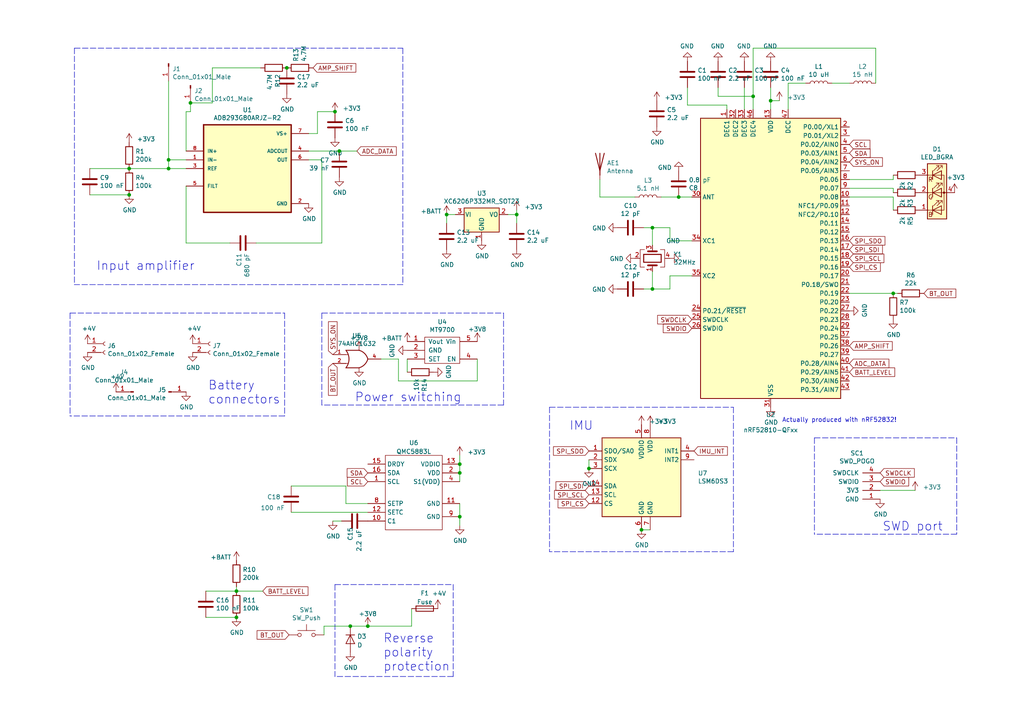
<source format=kicad_sch>
(kicad_sch (version 20211123) (generator eeschema)
  (paper "A4")
  (title_block (title "uMyo") (rev "v2") (company "Ultimate Robotics"))
  (lib_symbols
    (symbol "74xGxx:74AHC1G32" (pin_names (offset 1.016))
      (property "Reference" "U" (at -2.54 3.81 0))
      (property "Value" "74AHC1G32" (at 0 -3.81 0))
      (symbol "74AHC1G32_1_1"
        (pin input line (at -7.62 1.27 0) (length 3.81) (name "~") (number "1"))
        (pin input line (at -7.62 -1.27 0) (length 3.81) (name "~") (number "2"))
        (pin power_in line (at 0 -2.54 270) (length 0) hide (name "GND") (number "3"))
        (pin output line (at 6.35 0 180) (length 3.81) (name "~") (number "4"))
        (pin power_in line (at 0 2.54 90) (length 0) hide (name "VCC") (number "5"))
      )
    )
    (symbol "Connector:Conn_01x01_Male" (pin_names (offset 1.016) hide)
      (property "Reference" "J" (at 0 2.54 0))
      (property "Value" "Conn_01x01_Male" (at 0 -2.54 0))
      (symbol "Conn_01x01_Male_1_1"
        (pin passive line (at 5.08 0 180) (length 3.81) (name "Pin_1") (number "1"))
      )
    )
    (symbol "Connector:Conn_01x02_Female" (pin_names (offset 1.016) hide)
      (property "Reference" "J" (at 0 2.54 0))
      (property "Value" "Conn_01x02_Female" (at 0 -5.08 0))
      (symbol "Conn_01x02_Female_1_1"
        (pin passive line (at -5.08 0 0) (length 3.81) (name "Pin_1") (number "1"))
        (pin passive line (at -5.08 -2.54 0) (length 3.81) (name "Pin_2") (number "2"))
      )
    )
    (symbol "Device:Antenna" (pin_numbers hide) (pin_names (offset 1.016) hide)
      (property "Reference" "AE" (at -1.905 1.905 0))
      (property "Value" "Antenna" (at -1.905 0 0))
      (symbol "Antenna_1_1"
        (pin input line (at 0 -5.08 90) (length 2.54) (name "A") (number "1"))
      )
    )
    (symbol "Device:C" (pin_numbers hide) (pin_names (offset 0.254))
      (property "Reference" "C" (at 0.635 2.54 0))
      (property "Value" "C" (at 0.635 -2.54 0))
      (symbol "C_1_1"
        (pin passive line (at 0 3.81 270) (length 2.794) (name "~") (number "1"))
        (pin passive line (at 0 -3.81 90) (length 2.794) (name "~") (number "2"))
      )
    )
    (symbol "Device:Crystal_GND24" (pin_names (offset 1.016) hide)
      (property "Reference" "Y" (at 3.175 5.08 0))
      (property "Value" "Crystal_GND24" (at 3.175 3.175 0))
      (symbol "Crystal_GND24_1_1"
        (pin passive line (at -3.81 0 0) (length 1.27) (name "1") (number "1"))
        (pin passive line (at 0 5.08 270) (length 1.27) (name "2") (number "2"))
        (pin passive line (at 3.81 0 180) (length 1.27) (name "3") (number "3"))
        (pin passive line (at 0 -5.08 90) (length 1.27) (name "4") (number "4"))
      )
    )
    (symbol "Device:D" (pin_numbers hide) (pin_names (offset 1.016) hide)
      (property "Reference" "D" (at 0 2.54 0))
      (property "Value" "D" (at 0 -2.54 0))
      (symbol "D_1_1"
        (pin passive line (at -3.81 0 0) (length 2.54) (name "K") (number "1"))
        (pin passive line (at 3.81 0 180) (length 2.54) (name "A") (number "2"))
      )
    )
    (symbol "Device:Fuse" (pin_numbers hide) (pin_names (offset 0))
      (property "Reference" "F" (at 2.032 0 90))
      (property "Value" "Fuse" (at -1.905 0 90))
      (symbol "Fuse_1_1"
        (pin passive line (at 0 3.81 270) (length 1.27) (name "~") (number "1"))
        (pin passive line (at 0 -3.81 90) (length 1.27) (name "~") (number "2"))
      )
    )
    (symbol "Device:L" (pin_numbers hide) (pin_names (offset 1.016) hide)
      (property "Reference" "L" (at -1.27 0 90))
      (property "Value" "L" (at 1.905 0 90))
      (symbol "L_1_1"
        (pin passive line (at 0 3.81 270) (length 1.27) (name "1") (number "1"))
        (pin passive line (at 0 -3.81 90) (length 1.27) (name "2") (number "2"))
      )
    )
    (symbol "Device:LED_BGRA" (pin_names (offset 0) hide)
      (property "Reference" "D" (at 0 9.398 0))
      (property "Value" "LED_BGRA" (at 0 -8.89 0))
      (symbol "LED_BGRA_0_0"
        (text "B" (at -1.905 -6.35 0) (effects (font (size 1.27 1.27))))
        (text "G" (at -1.905 -1.27 0) (effects (font (size 1.27 1.27))))
        (text "R" (at -1.905 3.81 0) (effects (font (size 1.27 1.27))))
      )
      (symbol "LED_BGRA_1_1"
        (pin passive line (at -5.08 -5.08 0) (length 2.54) (name "BK") (number "1"))
        (pin passive line (at -5.08 0 0) (length 2.54) (name "GK") (number "2"))
        (pin passive line (at -5.08 5.08 0) (length 2.54) (name "RK") (number "3"))
        (pin passive line (at 5.08 0 180) (length 2.54) (name "A") (number "4"))
      )
    )
    (symbol "Device:R" (pin_numbers hide) (pin_names (offset 0))
      (property "Reference" "R" (at 2.032 0 90))
      (property "Value" "R" (at 0 0 90))
      (symbol "R_1_1"
        (pin passive line (at 0 3.81 270) (length 1.27) (name "~") (number "1"))
        (pin passive line (at 0 -3.81 90) (length 1.27) (name "~") (number "2"))
      )
    )
    (symbol "Sensor_Motion:LSM6DS3"
      (property "Reference" "U" (at -11.43 15.24 0))
      (property "Value" "LSM6DS3" (at -11.43 12.7 0))
      (symbol "LSM6DS3_1_1"
        (pin bidirectional line (at -15.24 7.62 0) (length 3.81) (name "SDO/SA0") (number "1"))
        (pin no_connect line (at 10.16 -5.08 180) (length 3.81) hide (name "NC") (number "10"))
        (pin no_connect line (at 10.16 -2.54 180) (length 3.81) hide (name "NC") (number "11"))
        (pin input line (at -15.24 -7.62 0) (length 3.81) (name "CS") (number "12"))
        (pin input line (at -15.24 -5.08 0) (length 3.81) (name "SCL") (number "13"))
        (pin bidirectional line (at -15.24 -2.54 0) (length 3.81) (name "SDA") (number "14"))
        (pin bidirectional line (at -15.24 5.08 0) (length 3.81) (name "SDX") (number "2"))
        (pin input line (at -15.24 2.54 0) (length 3.81) (name "SCX") (number "3"))
        (pin output line (at 15.24 7.62 180) (length 3.81) (name "INT1") (number "4"))
        (pin power_in line (at 0 15.24 270) (length 3.81) (name "VDDIO") (number "5"))
        (pin power_in line (at 0 -15.24 90) (length 3.81) (name "GND") (number "6"))
        (pin power_in line (at 2.54 -15.24 90) (length 3.81) (name "GND") (number "7"))
        (pin power_in line (at 2.54 15.24 270) (length 3.81) (name "VDD") (number "8"))
        (pin output line (at 15.24 5.08 180) (length 3.81) (name "INT2") (number "9"))
      )
    )
    (symbol "Switch:SW_Push" (pin_numbers hide) (pin_names (offset 1.016) hide)
      (property "Reference" "SW" (at 1.27 2.54 0))
      (property "Value" "SW_Push" (at 0 -1.524 0))
      (symbol "SW_Push_0_1"
        (pin passive line (at -5.08 0 0) (length 2.54) (name "1") (number "1"))
        (pin passive line (at 5.08 0 180) (length 2.54) (name "2") (number "2"))
      )
    )
    (symbol "power:+3.3V" (power) (pin_names (offset 0))
      (property "Value" "+3.3V" (at 0 3.556 0))
      (symbol "+3.3V_1_1"
        (pin power_in line (at 0 0 90) (length 0) hide (name "+3V3") (number "1"))
      )
    )
    (symbol "power:+3V8" (power) (pin_names (offset 0))
      (property "Value" "+3V8" (at 0 3.556 0))
      (symbol "+3V8_1_1"
        (pin power_in line (at 0 0 90) (length 0) hide (name "+3V8") (number "1"))
      )
    )
    (symbol "power:+4V" (power) (pin_names (offset 0))
      (property "Value" "+4V" (at 0 3.556 0))
      (symbol "+4V_1_1"
        (pin power_in line (at 0 0 90) (length 0) hide (name "+4V") (number "1"))
      )
    )
    (symbol "power:+BATT" (power) (pin_names (offset 0))
      (property "Value" "+BATT" (at 0 3.556 0))
      (symbol "+BATT_1_1"
        (pin power_in line (at 0 0 90) (length 0) hide (name "+BATT") (number "1"))
      )
    )
    (symbol "power:GND" (power) (pin_names (offset 0))
      (property "Value" "GND" (at 0 -3.81 0))
      (symbol "GND_1_1"
        (pin power_in line (at 0 0 270) (length 0) hide (name "GND") (number "1"))
      )
    )
    (symbol "ultimate_library:AD8293G80ARJZ-R2" (pin_names (offset 1.016))
      (property "Reference" "U" (at -12.7 13.6906 0))
      (property "Value" "AD8293G80ARJZ-R2" (at -12.7 -16.6878 0))
      (symbol "AD8293G80ARJZ-R2_0_0"
        (pin input line (at -17.78 2.54 0) (length 5.08) (name "IN-") (number "1"))
        (pin power_in line (at 17.78 -10.16 180) (length 5.08) (name "GND") (number "2"))
        (pin input line (at -17.78 0 0) (length 5.08) (name "REF") (number "3"))
        (pin output line (at 17.78 5.08 180) (length 5.08) (name "ADCOUT") (number "4"))
        (pin bidirectional line (at -17.78 -5.08 0) (length 5.08) (name "FILT") (number "5"))
        (pin output line (at 17.78 2.54 180) (length 5.08) (name "OUT") (number "6"))
        (pin power_in line (at 17.78 10.16 180) (length 5.08) (name "VS+") (number "7"))
        (pin input line (at -17.78 5.08 0) (length 5.08) (name "IN+") (number "8"))
      )
    )
    (symbol "ultimate_library:MCP1703A-3302_SOT23-Regulator_Linear" (pin_names (offset 0.254))
      (property "Reference" "U" (at -3.81 3.175 0))
      (property "Value" "MCP1703A-3302_SOT23-Regulator_Linear" (at 0 3.175 0))
      (symbol "MCP1703A-3302_SOT23-Regulator_Linear_1_1"
        (pin power_in line (at 0 -7.62 90) (length 2.54) (name "GND") (number "1"))
        (pin power_out line (at 7.62 0 180) (length 2.54) (name "VO") (number "2"))
        (pin power_in line (at -7.62 0 0) (length 2.54) (name "VI") (number "3"))
      )
    )
    (symbol "ultimate_library:MT9700" (pin_names (offset 1.016))
      (property "Reference" "U" (at 0 5.08 0))
      (property "Value" "MT9700" (at 0 -5.08 0))
      (symbol "MT9700_1_1"
        (pin input line (at -10.16 2.54 0) (length 5.08) (name "Vout") (number "1"))
        (pin input line (at -10.16 0 0) (length 5.08) (name "GND") (number "2"))
        (pin input line (at -10.16 -2.54 0) (length 5.08) (name "SET") (number "3"))
        (pin input line (at 10.16 -2.54 180) (length 5.08) (name "EN") (number "4"))
        (pin input line (at 10.16 2.54 180) (length 5.08) (name "Vin") (number "5"))
      )
    )
    (symbol "ultimate_library:QMC5883L"
      (property "Reference" "U" (at 0 12.7 0))
      (property "Value" "QMC5883L" (at 0 -11.43 0))
      (symbol "QMC5883L_1_1"
        (pin input line (at -12.7 3.81 0) (length 5.08) (name "SCL") (number "1"))
        (pin input line (at -12.7 -7.62 0) (length 5.08) (name "C1") (number "10"))
        (pin input line (at 13.97 -2.54 180) (length 5.08) (name "GND") (number "11"))
        (pin input line (at -12.7 -5.08 0) (length 5.08) (name "SETC") (number "12"))
        (pin input line (at 13.97 8.89 180) (length 5.08) (name "VDDIO") (number "13"))
        (pin input line (at -12.7 8.89 0) (length 5.08) (name "DRDY") (number "15"))
        (pin input line (at -12.7 6.35 0) (length 5.08) (name "SDA") (number "16"))
        (pin input line (at 13.97 6.35 180) (length 5.08) (name "VDD") (number "2"))
        (pin input line (at 13.97 3.81 180) (length 5.08) (name "S1(VDD)") (number "4"))
        (pin input line (at -12.7 -2.54 0) (length 5.08) (name "SETP") (number "8"))
        (pin input line (at 13.97 -6.35 180) (length 5.08) (name "GND") (number "9"))
      )
    )
    (symbol "ultimate_library:SWD_POGO" (pin_names (offset 1.016))
      (property "Reference" "SC" (at 0 -5.08 0))
      (property "Value" "SWD_POGO" (at 0 6.35 0))
      (symbol "SWD_POGO_1_1"
        (pin input line (at 5.08 -3.81 180) (length 5.08) (name "GND") (number "1"))
        (pin input line (at 5.08 -1.27 180) (length 5.08) (name "3V3") (number "2"))
        (pin input line (at 5.08 1.27 180) (length 5.08) (name "SWDIO") (number "3"))
        (pin input line (at 5.08 3.81 180) (length 5.08) (name "SWDCLK") (number "4"))
      )
    )
    (symbol "ultimate_library:nRF52832-QFxx"
      (property "Reference" "U" (at 0 1.27 0))
      (property "Value" "nRF52832-QFxx" (at 0 -1.27 0))
      (symbol "nRF52832-QFxx_1_1"
        (pin passive line (at -12.7 43.18 270) (length 2.54) (name "DEC1") (number "1"))
        (pin bidirectional line (at 22.86 17.78 180) (length 2.54) (name "P0.08") (number "10"))
        (pin bidirectional line (at 22.86 15.24 180) (length 2.54) (name "NFC1/P0.09") (number "11"))
        (pin bidirectional line (at 22.86 12.7 180) (length 2.54) (name "NFC2/P0.10") (number "12"))
        (pin power_in line (at 0 43.18 270) (length 2.54) (name "VDD") (number "13"))
        (pin bidirectional line (at 22.86 10.16 180) (length 2.54) (name "P0.11") (number "14"))
        (pin bidirectional line (at 22.86 7.62 180) (length 2.54) (name "P0.12") (number "15"))
        (pin bidirectional line (at 22.86 5.08 180) (length 2.54) (name "P0.13") (number "16"))
        (pin bidirectional line (at 22.86 2.54 180) (length 2.54) (name "P0.14") (number "17"))
        (pin bidirectional line (at 22.86 0 180) (length 2.54) (name "P0.15") (number "18"))
        (pin bidirectional line (at 22.86 -2.54 180) (length 2.54) (name "P0.16") (number "19"))
        (pin bidirectional line (at 22.86 38.1 180) (length 2.54) (name "P0.00/XL1") (number "2"))
        (pin bidirectional line (at 22.86 -5.08 180) (length 2.54) (name "P0.17") (number "20"))
        (pin bidirectional line (at 22.86 -7.62 180) (length 2.54) (name "P0.18/SWO") (number "21"))
        (pin bidirectional line (at 22.86 -10.16 180) (length 2.54) (name "P0.19") (number "22"))
        (pin bidirectional line (at 22.86 -12.7 180) (length 2.54) (name "P0.20") (number "23"))
        (pin bidirectional line (at -22.86 -15.24 0) (length 2.54) (name "P0.21/~{RESET}") (number "24"))
        (pin input line (at -22.86 -17.78 0) (length 2.54) (name "SWDCLK") (number "25"))
        (pin bidirectional line (at -22.86 -20.32 0) (length 2.54) (name "SWDIO") (number "26"))
        (pin bidirectional line (at 22.86 -15.24 180) (length 2.54) (name "P0.22") (number "27"))
        (pin bidirectional line (at 22.86 -17.78 180) (length 2.54) (name "P0.23") (number "28"))
        (pin bidirectional line (at 22.86 -20.32 180) (length 2.54) (name "P0.24") (number "29"))
        (pin bidirectional line (at 22.86 35.56 180) (length 2.54) (name "P0.01/XL2") (number "3"))
        (pin passive line (at -22.86 17.78 0) (length 2.54) (name "ANT") (number "30"))
        (pin power_in line (at 0 -43.18 90) (length 2.54) (name "VSS") (number "31"))
        (pin passive line (at -10.16 43.18 270) (length 2.54) (name "DEC2") (number "32"))
        (pin passive line (at -7.62 43.18 270) (length 2.54) (name "DEC3") (number "33"))
        (pin input line (at -22.86 5.08 0) (length 2.54) (name "XC1") (number "34"))
        (pin input line (at -22.86 -5.08 0) (length 2.54) (name "XC2") (number "35"))
        (pin passive line (at 0 43.18 270) (length 2.54) hide (name "VDD") (number "36"))
        (pin bidirectional line (at 22.86 -22.86 180) (length 2.54) (name "P0.25") (number "37"))
        (pin bidirectional line (at 22.86 -25.4 180) (length 2.54) (name "P0.26") (number "38"))
        (pin bidirectional line (at 22.86 -27.94 180) (length 2.54) (name "P0.27") (number "39"))
        (pin bidirectional line (at 22.86 33.02 180) (length 2.54) (name "P0.02/AIN0") (number "4"))
        (pin bidirectional line (at 22.86 -30.48 180) (length 2.54) (name "P0.28/AIN4") (number "40"))
        (pin bidirectional line (at 22.86 -33.02 180) (length 2.54) (name "P0.29/AIN5") (number "41"))
        (pin bidirectional line (at 22.86 -35.56 180) (length 2.54) (name "P0.30/AIN6") (number "42"))
        (pin bidirectional line (at 22.86 -38.1 180) (length 2.54) (name "P0.31/AIN7") (number "43"))
        (pin no_connect line (at -20.32 -30.48 0) (length 2.54) hide (name "NC") (number "44"))
        (pin passive line (at 0 -43.18 90) (length 2.54) hide (name "VSS") (number "45"))
        (pin passive line (at -5.08 43.18 270) (length 2.54) (name "DEC4") (number "46"))
        (pin power_out line (at 5.08 43.18 270) (length 2.54) (name "DCC") (number "47"))
        (pin passive line (at 0 43.18 270) (length 2.54) hide (name "VDD") (number "48"))
        (pin passive line (at 0 -43.18 90) (length 2.54) hide (name "VSS") (number "49"))
        (pin bidirectional line (at 22.86 30.48 180) (length 2.54) (name "P0.03/AIN1") (number "5"))
        (pin bidirectional line (at 22.86 27.94 180) (length 2.54) (name "P0.04/AIN2") (number "6"))
        (pin bidirectional line (at 22.86 25.4 180) (length 2.54) (name "P0.05/AIN3") (number "7"))
        (pin bidirectional line (at 22.86 22.86 180) (length 2.54) (name "P0.06") (number "8"))
        (pin bidirectional line (at 22.86 20.32 180) (length 2.54) (name "P0.07") (number "9"))
      )
    )
  )
  (junction (at 101.6 181.61))
  (junction (at 48.895 46.355))
  (junction (at 55.245 29.845))
  (junction (at 259.08 85.09))
  (junction (at 189.23 66.04))
  (junction (at 98.425 43.815))
  (junction (at 68.58 179.07))
  (junction (at 68.58 171.45))
  (junction (at 133.35 134.62))
  (junction (at 170.815 135.89))
  (junction (at 149.86 62.23))
  (junction (at 129.54 62.23))
  (junction (at 189.23 83.82))
  (junction (at 106.68 181.61))
  (junction (at 133.35 137.16))
  (junction (at 97.155 32.385))
  (junction (at 223.52 29.21))
  (junction (at 133.35 149.86))
  (junction (at 196.85 57.15))
  (junction (at 48.895 48.895))
  (junction (at 186.055 153.67))
  (junction (at 83.185 19.685))
  (junction (at 218.44 27.94))
  (junction (at 37.465 48.895))
  (junction (at 37.465 56.515))
  (wire (pts (xy 189.23 66.04) (xy 189.23 71.12)))
  (polyline (pts (xy 82.55 90.805) (xy 82.55 120.65)))
  (polyline (pts (xy 97.155 169.545) (xy 97.155 196.215)))
  (wire (pts (xy 194.31 80.01) (xy 194.31 83.82)))
  (wire (pts (xy 115.57 110.49) (xy 138.43 110.49)))
  (wire (pts (xy 89.535 38.735) (xy 92.075 38.735)))
  (wire (pts (xy 259.08 52.07) (xy 259.08 50.8)))
  (wire (pts (xy 119.38 176.53) (xy 119.38 181.61)))
  (wire (pts (xy 147.32 62.23) (xy 149.86 62.23)))
  (wire (pts (xy 92.075 32.385) (xy 97.155 32.385)))
  (wire (pts (xy 189.23 78.74) (xy 189.23 83.82)))
  (wire (pts (xy 133.35 137.16) (xy 133.35 139.7)))
  (wire (pts (xy 132.08 62.23) (xy 129.54 62.23)))
  (wire (pts (xy 48.895 46.355) (xy 53.975 46.355)))
  (wire (pts (xy 194.31 66.04) (xy 194.31 69.85)))
  (wire (pts (xy 118.11 104.14) (xy 118.11 107.95)))
  (polyline (pts (xy 131.445 169.545) (xy 131.445 196.215)))
  (wire (pts (xy 100.33 146.05) (xy 106.68 146.05)))
  (wire (pts (xy 200.66 80.01) (xy 194.31 80.01)))
  (wire (pts (xy 194.31 69.85) (xy 200.66 69.85)))
  (wire (pts (xy 199.39 25.4) (xy 199.39 30.48)))
  (wire (pts (xy 133.35 132.08) (xy 133.35 134.62)))
  (wire (pts (xy 241.3 24.13) (xy 246.38 24.13)))
  (wire (pts (xy 265.43 142.24) (xy 255.27 142.24)))
  (polyline (pts (xy 159.385 118.11) (xy 159.385 160.02)))
  (wire (pts (xy 53.975 53.975) (xy 53.975 70.485)))
  (wire (pts (xy 106.68 181.61) (xy 119.38 181.61)))
  (polyline (pts (xy 236.22 127) (xy 277.495 127)))
  (wire (pts (xy 68.58 171.45) (xy 76.2 171.45)))
  (wire (pts (xy 215.9 25.4) (xy 215.9 31.75)))
  (wire (pts (xy 138.43 110.49) (xy 138.43 104.14)))
  (wire (pts (xy 93.345 70.485) (xy 74.295 70.485)))
  (wire (pts (xy 101.6 181.61) (xy 106.68 181.61)))
  (polyline (pts (xy 146.05 90.805) (xy 146.05 117.475)))
  (wire (pts (xy 48.895 46.355) (xy 48.895 48.895)))
  (wire (pts (xy 48.895 48.895) (xy 53.975 48.895)))
  (wire (pts (xy 223.52 29.21) (xy 223.52 31.75)))
  (wire (pts (xy 226.06 29.21) (xy 223.52 29.21)))
  (wire (pts (xy 210.82 30.48) (xy 210.82 31.75)))
  (wire (pts (xy 84.455 148.59) (xy 106.68 148.59)))
  (wire (pts (xy 55.245 32.385) (xy 53.975 32.385)))
  (wire (pts (xy 186.69 66.04) (xy 189.23 66.04)))
  (wire (pts (xy 246.38 57.15) (xy 259.08 57.15)))
  (polyline (pts (xy 116.84 82.55) (xy 21.59 82.55)))
  (polyline (pts (xy 21.59 13.97) (xy 116.84 13.97)))
  (wire (pts (xy 55.245 29.845) (xy 55.245 32.385)))
  (wire (pts (xy 259.08 85.09) (xy 260.35 85.09)))
  (wire (pts (xy 259.08 57.15) (xy 259.08 60.96)))
  (wire (pts (xy 259.08 54.61) (xy 259.08 55.88)))
  (wire (pts (xy 110.49 104.14) (xy 115.57 104.14)))
  (wire (pts (xy 59.69 179.07) (xy 68.58 179.07)))
  (wire (pts (xy 149.86 62.23) (xy 149.86 64.77)))
  (polyline (pts (xy 82.55 120.65) (xy 20.32 120.65)))
  (wire (pts (xy 246.38 54.61) (xy 259.08 54.61)))
  (wire (pts (xy 191.77 57.15) (xy 196.85 57.15)))
  (wire (pts (xy 89.535 43.815) (xy 98.425 43.815)))
  (wire (pts (xy 188.595 153.67) (xy 186.055 153.67)))
  (wire (pts (xy 186.69 83.82) (xy 189.23 83.82)))
  (wire (pts (xy 93.98 181.61) (xy 93.98 184.15)))
  (wire (pts (xy 26.035 48.895) (xy 37.465 48.895)))
  (wire (pts (xy 92.075 38.735) (xy 92.075 32.385)))
  (polyline (pts (xy 97.155 169.545) (xy 131.445 169.545)))
  (wire (pts (xy 100.33 140.97) (xy 100.33 146.05)))
  (wire (pts (xy 196.85 57.15) (xy 200.66 57.15)))
  (polyline (pts (xy 277.495 127) (xy 277.495 154.94)))
  (wire (pts (xy 246.38 85.09) (xy 259.08 85.09)))
  (wire (pts (xy 59.69 171.45) (xy 68.58 171.45)))
  (polyline (pts (xy 236.22 127) (xy 236.22 154.94)))
  (wire (pts (xy 68.58 170.18) (xy 68.58 171.45)))
  (wire (pts (xy 115.57 104.14) (xy 115.57 110.49)))
  (wire (pts (xy 133.35 149.86) (xy 133.35 152.4)))
  (wire (pts (xy 61.595 19.685) (xy 61.595 29.845)))
  (wire (pts (xy 228.6 24.13) (xy 233.68 24.13)))
  (polyline (pts (xy 93.345 90.805) (xy 146.05 90.805)))
  (wire (pts (xy 26.035 56.515) (xy 37.465 56.515)))
  (polyline (pts (xy 277.495 154.94) (xy 236.22 154.94)))
  (wire (pts (xy 75.565 19.685) (xy 61.595 19.685)))
  (wire (pts (xy 133.35 146.05) (xy 133.35 149.86)))
  (wire (pts (xy 98.425 43.815) (xy 103.505 43.815)))
  (wire (pts (xy 89.535 46.355) (xy 93.345 46.355)))
  (polyline (pts (xy 21.59 13.97) (xy 21.59 82.55)))
  (wire (pts (xy 254 13.97) (xy 254 24.13)))
  (polyline (pts (xy 20.32 90.805) (xy 82.55 90.805)))
  (wire (pts (xy 53.975 70.485) (xy 66.675 70.485)))
  (polyline (pts (xy 212.725 118.11) (xy 212.725 160.02)))
  (wire (pts (xy 189.23 66.04) (xy 194.31 66.04)))
  (wire (pts (xy 218.44 27.94) (xy 218.44 13.97)))
  (wire (pts (xy 218.44 13.97) (xy 254 13.97)))
  (wire (pts (xy 218.44 31.75) (xy 218.44 27.94)))
  (wire (pts (xy 61.595 29.845) (xy 55.245 29.845)))
  (wire (pts (xy 208.28 27.94) (xy 208.28 25.4)))
  (polyline (pts (xy 131.445 196.215) (xy 97.155 196.215)))
  (polyline (pts (xy 146.05 117.475) (xy 93.345 117.475)))
  (wire (pts (xy 173.99 57.15) (xy 173.99 52.07)))
  (wire (pts (xy 53.975 32.385) (xy 53.975 43.815)))
  (wire (pts (xy 93.98 181.61) (xy 101.6 181.61)))
  (wire (pts (xy 199.39 30.48) (xy 210.82 30.48)))
  (wire (pts (xy 129.54 62.23) (xy 129.54 64.77)))
  (polyline (pts (xy 20.32 90.805) (xy 20.32 120.65)))
  (wire (pts (xy 246.38 52.07) (xy 259.08 52.07)))
  (wire (pts (xy 189.23 83.82) (xy 194.31 83.82)))
  (wire (pts (xy 84.455 140.97) (xy 100.33 140.97)))
  (wire (pts (xy 93.345 46.355) (xy 93.345 70.485)))
  (wire (pts (xy 223.52 25.4) (xy 223.52 29.21)))
  (wire (pts (xy 37.465 48.895) (xy 48.895 48.895)))
  (wire (pts (xy 228.6 31.75) (xy 228.6 24.13)))
  (wire (pts (xy 208.28 27.94) (xy 218.44 27.94)))
  (polyline (pts (xy 159.385 118.11) (xy 212.725 118.11)))
  (polyline (pts (xy 116.84 13.97) (xy 116.84 82.55)))
  (wire (pts (xy 133.35 134.62) (xy 133.35 137.16)))
  (wire (pts (xy 96.52 151.13) (xy 99.06 151.13)))
  (wire (pts (xy 173.99 57.15) (xy 184.15 57.15)))
  (polyline (pts (xy 212.725 160.02) (xy 159.385 160.02)))
  (wire (pts (xy 149.86 62.23) (xy 149.86 60.96)))
  (wire (pts (xy 170.815 133.35) (xy 170.815 135.89)))
  (polyline (pts (xy 93.345 90.805) (xy 93.345 117.475)))
  (wire (pts (xy 48.895 23.495) (xy 48.895 46.355)))
  (text "SWD port" (at 255.905 154.305 0) (effects (font (size 2.54 2.54)) (justify left bottom)))
  (text "Power switching" (at 102.87 116.84 0) (effects (font (size 2.54 2.54)) (justify left bottom)))
  (text "Battery\nconnectors" (at 60.325 117.475 0) (effects (font (size 2.54 2.54)) (justify left bottom)))
  (text "IMU" (at 165.1 125.095 0) (effects (font (size 2.54 2.54)) (justify left bottom)))
  (text "Reverse\npolarity\nprotection" (at 111.125 194.945 0) (effects (font (size 2.54 2.54)) (justify left bottom)))
  (text "Actually produced with nRF52832!" (at 226.822 122.682 0) (effects (font (size 1.27 1.27)) (justify left bottom)))
  (text "Input amplifier" (at 27.94 78.74 0) (effects (font (size 2.54 2.54)) (justify left bottom)))
  (global_label "SCL" (shape input) (at 106.68 139.7 180) (property "Intersheet References" "${INTERSHEET_REFS}" (effects hide)))
  (global_label "SPI_CS" (shape input) (at 246.38 77.47 0) (property "Intersheet References" "${INTERSHEET_REFS}" (effects hide)))
  (global_label "SPI_SCL" (shape input) (at 246.38 74.93 0) (property "Intersheet References" "${INTERSHEET_REFS}" (effects hide)))
  (global_label "BATT_LEVEL" (shape input) (at 246.38 107.95 0) (property "Intersheet References" "${INTERSHEET_REFS}" (effects hide)))
  (global_label "SWDCLK" (shape input) (at 200.66 92.71 180) (property "Intersheet References" "${INTERSHEET_REFS}" (effects hide)))
  (global_label "BT_OUT" (shape input) (at 96.52 105.41 270) (property "Intersheet References" "${INTERSHEET_REFS}" (effects hide)))
  (global_label "ADC_DATA" (shape input) (at 246.38 105.41 0) (property "Intersheet References" "${INTERSHEET_REFS}" (effects hide)))
  (global_label "SWDCLK" (shape input) (at 255.27 137.16 0) (property "Intersheet References" "${INTERSHEET_REFS}" (effects hide)))
  (global_label "SYS_ON" (shape input) (at 246.38 46.99 0) (property "Intersheet References" "${INTERSHEET_REFS}" (effects hide)))
  (global_label "BT_OUT" (shape input) (at 267.97 85.09 0) (property "Intersheet References" "${INTERSHEET_REFS}" (effects hide)))
  (global_label "SPI_CS" (shape input) (at 170.815 146.05 180) (property "Intersheet References" "${INTERSHEET_REFS}" (effects hide)))
  (global_label "BT_OUT" (shape input) (at 83.82 184.15 180) (property "Intersheet References" "${INTERSHEET_REFS}" (effects hide)))
  (global_label "SPI_SDI" (shape input) (at 170.815 140.97 180) (property "Intersheet References" "${INTERSHEET_REFS}" (effects hide)))
  (global_label "SPI_SDO" (shape input) (at 170.815 130.81 180) (property "Intersheet References" "${INTERSHEET_REFS}" (effects hide)))
  (global_label "SDA" (shape input) (at 106.68 137.16 180) (property "Intersheet References" "${INTERSHEET_REFS}" (effects hide)))
  (global_label "SYS_ON" (shape input) (at 96.52 102.87 90) (property "Intersheet References" "${INTERSHEET_REFS}" (effects hide)))
  (global_label "IMU_INT" (shape input) (at 201.295 130.81 0) (property "Intersheet References" "${INTERSHEET_REFS}" (effects hide)))
  (global_label "SCL" (shape input) (at 246.38 41.91 0) (property "Intersheet References" "${INTERSHEET_REFS}" (effects hide)))
  (global_label "SPI_SCL" (shape input) (at 170.815 143.51 180) (property "Intersheet References" "${INTERSHEET_REFS}" (effects hide)))
  (global_label "BATT_LEVEL" (shape input) (at 76.2 171.45 0) (property "Intersheet References" "${INTERSHEET_REFS}" (effects hide)))
  (global_label "SWDIO" (shape input) (at 200.66 95.25 180) (property "Intersheet References" "${INTERSHEET_REFS}" (effects hide)))
  (global_label "AMP_SHIFT" (shape input) (at 246.38 100.33 0) (property "Intersheet References" "${INTERSHEET_REFS}" (effects hide)))
  (global_label "ADC_DATA" (shape input) (at 103.505 43.815 0) (property "Intersheet References" "${INTERSHEET_REFS}" (effects hide)))
  (global_label "AMP_SHIFT" (shape input) (at 90.805 19.685 0) (property "Intersheet References" "${INTERSHEET_REFS}" (effects hide)))
  (global_label "SDA" (shape input) (at 246.38 44.45 0) (property "Intersheet References" "${INTERSHEET_REFS}" (effects hide)))
  (global_label "SPI_SDI" (shape input) (at 246.38 72.39 0) (property "Intersheet References" "${INTERSHEET_REFS}" (effects hide)))
  (global_label "SWDIO" (shape input) (at 255.27 139.7 0) (property "Intersheet References" "${INTERSHEET_REFS}" (effects hide)))
  (global_label "SPI_SDO" (shape input) (at 246.38 69.85 0) (property "Intersheet References" "${INTERSHEET_REFS}" (effects hide)))
  (symbol (lib_id "ultimate_library:nRF52832-QFxx") (at 223.52 74.93 0) (unit 1)
    (property "Reference" "U2" (at 223.52 120.2944 0))
    (property "Value" "nRF52810-QFxx" (at 223.52 124.714 0))
    (property "Footprint" "ultimate_library:QFN-48-1EP_6x6mm_Pitch0.4mm" (effects hide))
    (property "JLCPN" "C141828" (effects hide))
  )
  (symbol (lib_id "ultimate_library:MCP1703A-3302_SOT23-Regulator_Linear") (at 139.7 62.23 0) (unit 1)
    (property "Reference" "U3" (at 139.7 56.0832 0))
    (property "Value" "XC6206P332MR_SOT23" (at 139.7 58.3946 0))
    (property "Footprint" "Package_TO_SOT_SMD:SOT-23" (effects hide))
    (property "Datasheet" "http://ww1.microchip.com/downloads/en/DeviceDoc/20005122B.pdf" (effects hide))
    (property "JLCPN" "C5446" (effects hide))
  )
  (symbol (lib_id "Device:C") (at 208.28 21.59 180) (unit 1)
    (property "Reference" "C2" (at 211.201 20.4216 0) (effects (justify right)))
    (property "Value" "2.2 uF" (at 211.201 22.733 0) (effects (justify right)))
    (property "Footprint" "Capacitor_SMD:C_0402_1005Metric" (effects hide))
    (property "JLCPN" "C12530" (effects hide))
  )
  (symbol (lib_id "Device:C") (at 215.9 21.59 180) (unit 1)
    (property "Reference" "C3" (at 218.821 20.4216 0) (effects (justify right)))
    (property "Value" "100 pF" (at 218.821 22.733 0) (effects (justify right)))
    (property "Footprint" "Capacitor_SMD:C_0402_1005Metric" (effects hide))
    (property "JLCPN" "C1546" (effects hide))
  )
  (symbol (lib_id "Device:C") (at 199.39 21.59 180) (unit 1)
    (property "Reference" "C1" (at 202.311 20.4216 0) (effects (justify right)))
    (property "Value" "100 nF" (at 202.311 22.733 0) (effects (justify right)))
    (property "Footprint" "Capacitor_SMD:C_0402_1005Metric" (effects hide))
    (property "JLCPN" "C1525" (effects hide))
  )
  (symbol (lib_id "power:+3.3V") (at 149.86 60.96 0) (unit 1)
    (property "Reference" "#PWR022" (effects hide))
    (property "Value" "+3.3V" (at 152.0952 60.0202 0) (effects (justify left)))
  )
  (symbol (lib_id "Device:C") (at 182.88 66.04 90) (unit 1)
    (property "Reference" "C10" (at 182.88 59.6392 90))
    (property "Value" "12 pF" (at 182.88 61.9506 90))
    (property "Footprint" "Capacitor_SMD:C_0402_1005Metric" (effects hide))
    (property "JLCPN" "C1547" (effects hide))
  )
  (symbol (lib_id "power:GND") (at 223.52 118.11 0) (unit 1)
    (property "Reference" "#PWR032" (effects hide))
    (property "Value" "GND" (at 223.647 122.5042 0))
  )
  (symbol (lib_id "power:GND") (at 179.07 83.82 270) (unit 1)
    (property "Reference" "#PWR020" (effects hide))
    (property "Value" "GND" (at 175.8188 83.947 90) (effects (justify right)))
  )
  (symbol (lib_id "power:GND") (at 179.07 66.04 270) (unit 1)
    (property "Reference" "#PWR017" (effects hide))
    (property "Value" "GND" (at 175.8188 66.167 90) (effects (justify right)))
  )
  (symbol (lib_id "power:GND") (at 199.39 17.78 180) (unit 1)
    (property "Reference" "#PWR01" (effects hide))
    (property "Value" "GND" (at 199.263 13.3858 0))
  )
  (symbol (lib_id "power:GND") (at 208.28 17.78 180) (unit 1)
    (property "Reference" "#PWR02" (effects hide))
    (property "Value" "GND" (at 208.153 13.3858 0))
  )
  (symbol (lib_id "power:GND") (at 215.9 17.78 180) (unit 1)
    (property "Reference" "#PWR03" (effects hide))
    (property "Value" "GND" (at 215.773 13.3858 0))
  )
  (symbol (lib_id "power:GND") (at 223.52 17.78 180) (unit 1)
    (property "Reference" "#PWR04" (effects hide))
    (property "Value" "GND" (at 223.393 13.3858 0))
  )
  (symbol (lib_id "power:GND") (at 184.15 74.93 270) (unit 1)
    (property "Reference" "#PWR018" (effects hide))
    (property "Value" "GND" (at 180.8988 75.057 90) (effects (justify right)))
  )
  (symbol (lib_id "power:GND") (at 194.31 74.93 90) (unit 1)
    (property "Reference" "#PWR019" (effects hide))
    (property "Value" "GND" (at 195.2498 69.85 90))
  )
  (symbol (lib_id "Device:Crystal_GND24") (at 189.23 74.93 90) (unit 1)
    (property "Reference" "Y1" (at 195.3514 73.7616 90) (effects (justify right)))
    (property "Value" "32MHz" (at 195.3514 76.073 90) (effects (justify right)))
    (property "Footprint" "Crystal:Crystal_SMD_2016-4Pin_2.0x1.6mm" (effects hide))
    (property "JLCPN" "C843260" (effects hide))
  )
  (symbol (lib_id "Device:C") (at 196.85 53.34 0) (mirror x) (unit 1)
    (property "Reference" "C8" (at 199.771 54.5084 0) (effects (justify left)))
    (property "Value" "0.8 pF" (at 199.771 52.197 0) (effects (justify left)))
    (property "Footprint" "Capacitor_SMD:C_0402_1005Metric" (effects hide))
    (property "JLCPN" "C88902" (effects hide))
  )
  (symbol (lib_id "Device:L") (at 187.96 57.15 90) (unit 1)
    (property "Reference" "L3" (at 187.96 52.324 90))
    (property "Value" "5.1 nH" (at 187.96 54.6354 90))
    (property "Footprint" "Inductor_SMD:L_0402_1005Metric" (effects hide))
    (property "JLCPN" "C86066" (effects hide))
  )
  (symbol (lib_id "power:GND") (at 196.85 49.53 0) (mirror x) (unit 1)
    (property "Reference" "#PWR011" (effects hide))
    (property "Value" "GND" (at 194.8688 48.5902 0) (effects (justify right)))
  )
  (symbol (lib_id "power:GND") (at 129.54 72.39 0) (unit 1)
    (property "Reference" "#PWR030" (effects hide))
    (property "Value" "GND" (at 129.667 76.7842 0))
  )
  (symbol (lib_id "power:GND") (at 149.86 72.39 0) (unit 1)
    (property "Reference" "#PWR031" (effects hide))
    (property "Value" "GND" (at 149.987 76.7842 0))
  )
  (symbol (lib_id "power:+BATT") (at 129.54 62.23 0) (unit 1)
    (property "Reference" "#PWR023" (effects hide))
    (property "Value" "+BATT" (at 128.0922 61.2902 0) (effects (justify right)))
  )
  (symbol (lib_id "power:GND") (at 139.7 69.85 0) (unit 1)
    (property "Reference" "#PWR027" (effects hide))
    (property "Value" "GND" (at 139.827 74.2442 0))
  )
  (symbol (lib_id "Device:R") (at 262.89 50.8 270) (unit 1)
    (property "Reference" "R2" (at 264.0584 52.578 0) (effects (justify left)))
    (property "Value" "2k" (at 261.747 52.578 0) (effects (justify left)))
    (property "Footprint" "Resistor_SMD:R_0402_1005Metric" (effects hide))
    (property "JLCPN" "C4109" (effects hide))
  )
  (symbol (lib_id "Device:R") (at 68.58 166.37 0) (unit 1)
    (property "Reference" "R10" (at 70.358 165.2016 0) (effects (justify left)))
    (property "Value" "200k" (at 70.358 167.513 0) (effects (justify left)))
    (property "Footprint" "Resistor_SMD:R_0402_1005Metric" (effects hide))
    (property "JLCPN" "C25764" (effects hide))
  )
  (symbol (lib_id "power:+BATT") (at 68.58 162.56 0) (unit 1)
    (property "Reference" "#PWR041" (effects hide))
    (property "Value" "+BATT" (at 67.1322 161.6202 0) (effects (justify right)))
  )
  (symbol (lib_id "power:GND") (at 68.58 179.07 0) (unit 1)
    (property "Reference" "#PWR043" (effects hide))
    (property "Value" "GND" (at 68.707 183.4642 0))
  )
  (symbol (lib_id "power:GND") (at 255.27 144.78 0) (unit 1)
    (property "Reference" "#PWR035" (effects hide))
    (property "Value" "GND" (at 255.397 149.1742 0))
  )
  (symbol (lib_id "power:+3.3V") (at 265.43 142.24 0) (unit 1)
    (property "Reference" "#PWR034" (effects hide))
    (property "Value" "+3.3V" (at 267.6652 141.3002 0) (effects (justify left)))
  )
  (symbol (lib_id "power:+3.3V") (at 276.86 55.88 0) (unit 1)
    (property "Reference" "#PWR014" (effects hide))
    (property "Value" "+3.3V" (at 277.241 51.4858 0))
  )
  (symbol (lib_id "Connector:Conn_01x01_Male") (at 38.735 113.665 180) (unit 1)
    (property "Reference" "J4" (at 36.0172 107.95 0))
    (property "Value" "Conn_01x01_Male" (at 36.0172 110.2614 0))
    (property "Footprint" "ultimate_library:conn_16_20" (effects hide))
  )
  (symbol (lib_id "Switch:SW_Push") (at 88.9 184.15 0) (unit 1)
    (property "Reference" "SW1" (at 88.9 176.911 0))
    (property "Value" "SW_Push" (at 88.9 179.2224 0))
    (property "Footprint" "Button_Switch_SMD:SW_SPST_CK_RS282G05A3" (effects hide))
    (property "JLCPN" "C2845294" (effects hide))
  )
  (symbol (lib_id "power:+3.3V") (at 226.06 29.21 0) (unit 1)
    (property "Reference" "#PWR06" (effects hide))
    (property "Value" "+3.3V" (at 228.2952 28.2702 0) (effects (justify left)))
  )
  (symbol (lib_id "power:+BATT") (at 118.11 99.06 0) (unit 1)
    (property "Reference" "#PWR024" (effects hide))
    (property "Value" "+BATT" (at 116.6622 98.1202 0) (effects (justify right)))
  )
  (symbol (lib_id "Connector:Conn_01x01_Male") (at 48.895 113.665 0) (unit 1)
    (property "Reference" "J5" (at 48.1838 113.0808 0) (effects (justify right)))
    (property "Value" "Conn_01x01_Male" (at 48.1838 115.3922 0) (effects (justify right)))
    (property "Footprint" "ultimate_library:conn_16_20" (effects hide))
  )
  (symbol (lib_id "power:GND") (at 53.975 113.665 0) (unit 1)
    (property "Reference" "#PWR042" (effects hide))
    (property "Value" "GND" (at 54.102 118.0592 0))
  )
  (symbol (lib_id "power:GND") (at 118.11 101.6 270) (unit 1)
    (property "Reference" "#PWR029" (effects hide))
    (property "Value" "GND" (at 113.7158 101.727 0))
  )
  (symbol (lib_id "ultimate_library:SWD_POGO") (at 250.19 140.97 0) (unit 1)
    (property "Reference" "SC1" (at 248.5898 131.445 0))
    (property "Value" "SWD_POGO" (at 248.5898 133.7564 0))
    (property "Footprint" "ultimate_library:SWD_POGO" (effects hide))
  )
  (symbol (lib_id "Device:L") (at 250.19 24.13 90) (unit 1)
    (property "Reference" "L2" (at 250.19 19.304 90))
    (property "Value" "15 nH" (at 250.19 21.6154 90))
    (property "Footprint" "Inductor_SMD:L_0402_1005Metric" (effects hide))
    (property "JLCPN" "C27143" (effects hide))
  )
  (symbol (lib_id "Device:L") (at 237.49 24.13 90) (unit 1)
    (property "Reference" "L1" (at 237.49 19.304 90))
    (property "Value" "10 uH" (at 237.49 21.6154 90))
    (property "Footprint" "Inductor_SMD:L_0603_1608Metric" (effects hide))
    (property "JLCPN" "C1035" (effects hide))
  )
  (symbol (lib_id "74xGxx:74AHC1G32") (at 104.14 104.14 0) (unit 1)
    (property "Reference" "U5" (at 103.505 97.3582 0))
    (property "Value" "74AHC1G32" (at 103.505 99.6696 0))
    (property "Footprint" "Package_TO_SOT_SMD:SOT-23-5" (effects hide))
    (property "Datasheet" "http://www.ti.com/lit/sg/scyt129e/scyt129e.pdf" (effects hide))
    (property "JLCPN" "C507209" (effects hide))
  )
  (symbol (lib_id "power:+4V") (at 33.655 113.665 0) (unit 1)
    (property "Reference" "#PWR044" (effects hide))
    (property "Value" "+4V" (at 34.036 109.2708 0))
  )
  (symbol (lib_id "power:GND") (at 104.14 106.68 0) (unit 1)
    (property "Reference" "#PWR033" (effects hide))
    (property "Value" "GND" (at 104.267 111.0742 0))
  )
  (symbol (lib_id "Device:R") (at 264.16 85.09 270) (unit 1)
    (property "Reference" "R6" (at 264.16 79.8322 90))
    (property "Value" "22k" (at 264.16 82.1436 90))
    (property "Footprint" "Resistor_SMD:R_0402_1005Metric" (effects hide))
    (property "JLCPN" "C25768" (effects hide))
  )
  (symbol (lib_id "power:GND") (at 259.08 92.71 0) (unit 1)
    (property "Reference" "#PWR025" (effects hide))
    (property "Value" "GND" (at 259.207 97.1042 0))
  )
  (symbol (lib_id "Device:R") (at 259.08 88.9 0) (unit 1)
    (property "Reference" "R7" (at 260.858 87.7316 0) (effects (justify left)))
    (property "Value" "100k" (at 260.858 90.043 0) (effects (justify left)))
    (property "Footprint" "Resistor_SMD:R_0402_1005Metric" (effects hide))
    (property "JLCPN" "C25741" (effects hide))
  )
  (symbol (lib_id "power:GND") (at 246.38 90.17 90) (unit 1)
    (property "Reference" "#PWR021" (effects hide))
    (property "Value" "GND" (at 250.7742 90.043 0))
  )
  (symbol (lib_id "power:+3.3V") (at 190.5 29.21 0) (unit 1)
    (property "Reference" "#PWR05" (effects hide))
    (property "Value" "+3.3V" (at 192.7352 28.2702 0) (effects (justify left)))
  )
  (symbol (lib_id "power:GND") (at 190.5 36.83 0) (unit 1)
    (property "Reference" "#PWR08" (effects hide))
    (property "Value" "GND" (at 190.627 41.2242 0))
  )
  (symbol (lib_id "Device:LED_BGRA") (at 271.78 55.88 0) (unit 1)
    (property "Reference" "D1" (at 271.78 43.2562 0))
    (property "Value" "LED_BGRA" (at 271.78 45.5676 0))
    (property "Footprint" "ultimate_library:LED_RGB_0603_a4" (effects hide))
    (property "JLCPN" "C282128" (effects hide))
  )
  (symbol (lib_id "Device:C") (at 182.88 83.82 90) (unit 1)
    (property "Reference" "C12" (at 182.88 77.4192 90))
    (property "Value" "12 pF" (at 182.88 79.7306 90))
    (property "Footprint" "Capacitor_SMD:C_0402_1005Metric" (effects hide))
    (property "JLCPN" "C1547" (effects hide))
  )
  (symbol (lib_id "Device:C") (at 223.52 21.59 180) (unit 1)
    (property "Reference" "C4" (at 226.441 20.4216 0) (effects (justify right)))
    (property "Value" "100 nF" (at 226.441 22.733 0) (effects (justify right)))
    (property "Footprint" "Capacitor_SMD:C_0402_1005Metric" (effects hide))
    (property "JLCPN" "C1525" (effects hide))
  )
  (symbol (lib_id "Device:C") (at 149.86 68.58 180) (unit 1)
    (property "Reference" "C14" (at 152.781 67.4116 0) (effects (justify right)))
    (property "Value" "2.2 uF" (at 152.781 69.723 0) (effects (justify right)))
    (property "Footprint" "Capacitor_SMD:C_0402_1005Metric" (effects hide))
    (property "JLCPN" "C12530" (effects hide))
  )
  (symbol (lib_id "Device:C") (at 129.54 68.58 180) (unit 1)
    (property "Reference" "C13" (at 132.461 67.4116 0) (effects (justify right)))
    (property "Value" "2.2 uF" (at 132.461 69.723 0) (effects (justify right)))
    (property "Footprint" "Capacitor_SMD:C_0402_1005Metric" (effects hide))
    (property "JLCPN" "C12530" (effects hide))
  )
  (symbol (lib_id "ultimate_library:AD8293G80ARJZ-R2") (at 71.755 48.895 0) (unit 1)
    (property "Reference" "U1" (at 71.755 31.877 0))
    (property "Value" "AD8293G80ARJZ-R2" (at 71.755 34.1884 0))
    (property "Footprint" "Package_TO_SOT_SMD:SOT-23-8" (effects hide))
    (property "JLCPN" "C141950" (effects hide))
  )
  (symbol (lib_id "Device:C") (at 70.485 70.485 90) (mirror x) (unit 1)
    (property "Reference" "C11" (at 69.3166 73.406 0) (effects (justify left)))
    (property "Value" "680 pF" (at 71.628 73.406 0) (effects (justify left)))
    (property "Footprint" "Capacitor_SMD:C_0402_1005Metric" (effects hide))
    (property "JLCPN" "C113781" (effects hide))
  )
  (symbol (lib_id "Device:C") (at 98.425 47.625 0) (mirror y) (unit 1)
    (property "Reference" "C7" (at 95.504 46.4566 0) (effects (justify left)))
    (property "Value" "39 nF" (at 95.504 48.768 0) (effects (justify left)))
    (property "Footprint" "Capacitor_SMD:C_0402_1005Metric" (effects hide))
    (property "JLCPN" "C117753" (effects hide))
  )
  (symbol (lib_id "power:GND") (at 89.535 59.055 0) (unit 1)
    (property "Reference" "#PWR016" (effects hide))
    (property "Value" "GND" (at 89.662 63.4492 0))
  )
  (symbol (lib_id "power:GND") (at 98.425 51.435 0) (unit 1)
    (property "Reference" "#PWR013" (effects hide))
    (property "Value" "GND" (at 98.552 55.8292 0))
  )
  (symbol (lib_id "Device:C") (at 97.155 36.195 180) (unit 1)
    (property "Reference" "C6" (at 100.076 35.0266 0) (effects (justify right)))
    (property "Value" "100 nF" (at 100.076 37.338 0) (effects (justify right)))
    (property "Footprint" "Capacitor_SMD:C_0402_1005Metric" (effects hide))
    (property "JLCPN" "C1525" (effects hide))
  )
  (symbol (lib_id "power:GND") (at 97.155 40.005 0) (unit 1)
    (property "Reference" "#PWR09" (effects hide))
    (property "Value" "GND" (at 97.282 44.3992 0))
  )
  (symbol (lib_id "power:+3.3V") (at 97.155 32.385 0) (unit 1)
    (property "Reference" "#PWR07" (effects hide))
    (property "Value" "+3.3V" (at 99.3902 31.4452 0) (effects (justify left)))
  )
  (symbol (lib_id "Device:R") (at 68.58 175.26 0) (unit 1)
    (property "Reference" "R11" (at 70.358 174.0916 0) (effects (justify left)))
    (property "Value" "100k" (at 70.358 176.403 0) (effects (justify left)))
    (property "Footprint" "Resistor_SMD:R_0402_1005Metric" (effects hide))
    (property "JLCPN" "C25741" (effects hide))
  )
  (symbol (lib_id "Device:R") (at 37.465 45.085 0) (unit 1)
    (property "Reference" "R1" (at 39.243 43.9166 0) (effects (justify left)))
    (property "Value" "200k" (at 39.243 46.228 0) (effects (justify left)))
    (property "Footprint" "Resistor_SMD:R_0402_1005Metric" (effects hide))
    (property "JLCPN" "C25764" (effects hide))
  )
  (symbol (lib_id "power:+3.3V") (at 37.465 41.275 0) (unit 1)
    (property "Reference" "#PWR010" (effects hide))
    (property "Value" "+3.3V" (at 39.7002 40.3352 0) (effects (justify left)))
  )
  (symbol (lib_id "Device:C") (at 26.035 52.705 180) (unit 1)
    (property "Reference" "C9" (at 28.956 51.5366 0) (effects (justify right)))
    (property "Value" "100 nF" (at 28.956 53.848 0) (effects (justify right)))
    (property "Footprint" "Capacitor_SMD:C_0402_1005Metric" (effects hide))
    (property "JLCPN" "C1525" (effects hide))
  )
  (symbol (lib_id "power:GND") (at 37.465 56.515 0) (unit 1)
    (property "Reference" "#PWR015" (effects hide))
    (property "Value" "GND" (at 37.592 60.9092 0))
  )
  (symbol (lib_id "Device:R") (at 262.89 55.88 270) (unit 1)
    (property "Reference" "R3" (at 264.0584 57.658 0) (effects (justify left)))
    (property "Value" "2k" (at 261.747 57.658 0) (effects (justify left)))
    (property "Footprint" "Resistor_SMD:R_0402_1005Metric" (effects hide))
    (property "JLCPN" "C4109" (effects hide))
  )
  (symbol (lib_id "Device:R") (at 262.89 60.96 270) (unit 1)
    (property "Reference" "R5" (at 264.0584 62.738 0) (effects (justify left)))
    (property "Value" "2k" (at 261.747 62.738 0) (effects (justify left)))
    (property "Footprint" "Resistor_SMD:R_0402_1005Metric" (effects hide))
    (property "JLCPN" "C4109" (effects hide))
  )
  (symbol (lib_id "Device:C") (at 59.69 175.26 180) (unit 1)
    (property "Reference" "C16" (at 62.611 174.0916 0) (effects (justify right)))
    (property "Value" "100 nF" (at 62.611 176.403 0) (effects (justify right)))
    (property "Footprint" "Capacitor_SMD:C_0402_1005Metric" (effects hide))
    (property "JLCPN" "C1525" (effects hide))
  )
  (symbol (lib_id "Device:C") (at 190.5 33.02 180) (unit 1)
    (property "Reference" "C5" (at 193.421 31.8516 0) (effects (justify right)))
    (property "Value" "2.2 uF" (at 193.421 34.163 0) (effects (justify right)))
    (property "Footprint" "Capacitor_SMD:C_0402_1005Metric" (effects hide))
    (property "JLCPN" "C12530" (effects hide))
  )
  (symbol (lib_id "Connector:Conn_01x01_Male") (at 55.245 24.765 270) (unit 1)
    (property "Reference" "J2" (at 56.3626 26.3398 90) (effects (justify left)))
    (property "Value" "Conn_01x01_Male" (at 56.3626 28.6512 90) (effects (justify left)))
    (property "Footprint" "ultimate_library:uMyo_dry_connector" (effects hide))
  )
  (symbol (lib_id "Connector:Conn_01x01_Male") (at 48.895 18.415 270) (unit 1)
    (property "Reference" "J1" (at 50.0126 19.9898 90) (effects (justify left)))
    (property "Value" "Conn_01x01_Male" (at 50.0126 22.3012 90) (effects (justify left)))
    (property "Footprint" "ultimate_library:uMyo_dry_connector" (effects hide))
  )
  (symbol (lib_id "Device:R") (at 37.465 52.705 0) (unit 1)
    (property "Reference" "R4" (at 39.243 51.5366 0) (effects (justify left)))
    (property "Value" "100k" (at 39.243 53.848 0) (effects (justify left)))
    (property "Footprint" "Resistor_SMD:R_0402_1005Metric" (effects hide))
    (property "JLCPN" "C25741" (effects hide))
  )
  (symbol (lib_id "Connector:Conn_01x02_Female") (at 30.48 99.695 0) (unit 1)
    (property "Reference" "J6" (at 31.1912 100.3046 0) (effects (justify left)))
    (property "Value" "Conn_01x02_Female" (at 31.1912 102.616 0) (effects (justify left)))
    (property "Footprint" "Connector_JST:JST_PH_S2B-PH-SM4-TB_1x02-1MP_P2.00mm_Horizontal" (effects hide))
    (property "JLCPN" "C520130" (effects hide))
  )
  (symbol (lib_id "power:GND") (at 25.4 102.235 0) (unit 1)
    (property "Reference" "#PWR0101" (effects hide))
    (property "Value" "GND" (at 25.527 106.6292 0))
  )
  (symbol (lib_id "power:+4V") (at 25.4 99.695 0) (unit 1)
    (property "Reference" "#PWR0102" (effects hide))
    (property "Value" "+4V" (at 25.781 95.3008 0))
  )
  (symbol (lib_id "Connector:Conn_01x02_Female") (at 60.96 99.695 0) (unit 1)
    (property "Reference" "J7" (at 61.6712 100.3046 0) (effects (justify left)))
    (property "Value" "Conn_01x02_Female" (at 61.6712 102.616 0) (effects (justify left)))
    (property "Footprint" "Connector_JST:JST_PH_S2B-PH-SM4-TB_1x02-1MP_P2.00mm_Horizontal" (effects hide))
    (property "JLCPN" "C520130" (effects hide))
  )
  (symbol (lib_id "power:GND") (at 55.88 102.235 0) (unit 1)
    (property "Reference" "#PWR0103" (effects hide))
    (property "Value" "GND" (at 56.007 106.6292 0))
  )
  (symbol (lib_id "power:+4V") (at 55.88 99.695 0) (unit 1)
    (property "Reference" "#PWR0104" (effects hide))
    (property "Value" "+4V" (at 56.261 95.3008 0))
  )
  (symbol (lib_id "power:+3.3V") (at 186.055 123.19 0) (unit 1)
    (property "Reference" "#PWR0105" (effects hide))
    (property "Value" "+3.3V" (at 188.2902 122.2502 0) (effects (justify left)))
  )
  (symbol (lib_id "power:+3.3V") (at 188.595 123.19 0) (unit 1)
    (property "Reference" "#PWR0106" (effects hide))
    (property "Value" "+3.3V" (at 190.8302 122.2502 0) (effects (justify left)))
  )
  (symbol (lib_id "power:GND") (at 186.055 153.67 0) (unit 1)
    (property "Reference" "#PWR0107" (effects hide))
    (property "Value" "GND" (at 186.182 158.0642 0))
  )
  (symbol (lib_id "power:GND") (at 170.815 135.89 0) (unit 1)
    (property "Reference" "#PWR0108" (effects hide))
    (property "Value" "GND" (at 170.942 140.2842 0))
  )
  (symbol (lib_id "Device:C") (at 83.185 23.495 180) (unit 1)
    (property "Reference" "C17" (at 86.106 22.3266 0) (effects (justify right)))
    (property "Value" "2.2 uF" (at 86.106 24.638 0) (effects (justify right)))
    (property "Footprint" "Capacitor_SMD:C_0402_1005Metric" (effects hide))
    (property "JLCPN" "C12530" (effects hide))
  )
  (symbol (lib_id "Device:R") (at 79.375 19.685 270) (unit 1)
    (property "Reference" "R12" (at 80.5434 21.463 0) (effects (justify left)))
    (property "Value" "4.7M" (at 78.232 21.463 0) (effects (justify left)))
    (property "Footprint" "Resistor_SMD:R_0402_1005Metric" (effects hide))
    (property "JLCPN" "C227116" (effects hide))
  )
  (symbol (lib_id "power:GND") (at 83.185 27.305 0) (unit 1)
    (property "Reference" "#PWR045" (effects hide))
    (property "Value" "GND" (at 83.312 31.6992 0))
  )
  (symbol (lib_id "Device:R") (at 86.995 19.685 90) (unit 1)
    (property "Reference" "R13" (at 85.8266 17.907 0) (effects (justify left)))
    (property "Value" "4.7M" (at 88.138 17.907 0) (effects (justify left)))
    (property "Footprint" "Resistor_SMD:R_0402_1005Metric" (effects hide))
    (property "JLCPN" "C227116" (effects hide))
  )
  (symbol (lib_id "Sensor_Motion:LSM6DS3") (at 186.055 138.43 0) (unit 1)
    (property "Reference" "U7" (at 202.4126 137.2616 0) (effects (justify left)))
    (property "Value" "LSM6DS3" (at 202.4126 139.573 0) (effects (justify left)))
    (property "Footprint" "Package_LGA:LGA-14_3x2.5mm_P0.5mm_LayoutBorder3x4y" (effects hide))
    (property "Datasheet" "www.st.com/resource/en/datasheet/lsm6ds3.pdf" (effects hide))
    (property "JLCPN" "C967633" (effects hide))
  )
  (symbol (lib_id "ultimate_library:MT9700") (at 128.27 101.6 0) (unit 1)
    (property "Reference" "U4" (at 128.27 93.345 0))
    (property "Value" "MT9700" (at 128.27 95.6564 0))
    (property "Footprint" "Package_TO_SOT_SMD:SOT-23-5" (effects hide))
    (property "JLCPN" "C89855" (effects hide))
  )
  (symbol (lib_id "Device:R") (at 121.92 107.95 270) (unit 1)
    (property "Reference" "R14" (at 123.0884 109.728 0) (effects (justify left)))
    (property "Value" "10k" (at 120.777 109.728 0) (effects (justify left)))
    (property "Footprint" "Resistor_SMD:R_0402_1005Metric" (effects hide))
    (property "JLCPN" "C25744" (effects hide))
  )
  (symbol (lib_id "power:GND") (at 125.73 107.95 90) (unit 1)
    (property "Reference" "#PWR012" (effects hide))
    (property "Value" "GND" (at 130.1242 107.823 0))
  )
  (symbol (lib_id "power:+3V8") (at 138.43 99.06 0) (unit 1)
    (property "Reference" "#PWR0118" (effects hide))
    (property "Value" "+3V8" (at 138.43 95.4842 0))
  )
  (symbol (lib_id "power:+4V") (at 127 176.53 0) (unit 1)
    (property "Reference" "#PWR0116" (effects hide))
    (property "Value" "+4V" (at 127.381 172.1358 0))
  )
  (symbol (lib_id "ultimate_library:QMC5883L") (at 119.38 143.51 0) (unit 1)
    (property "Reference" "U6" (at 120.015 128.431 0))
    (property "Value" "QMC5883L" (at 120.015 130.9679 0))
    (property "Footprint" "Package_LGA:LGA-16_3x3mm_P0.5mm" (effects hide))
    (property "JLCPN" "C976032" (effects hide))
  )
  (symbol (lib_id "Device:Fuse") (at 123.19 176.53 90) (unit 1)
    (property "Reference" "F1" (at 123.19 172.0682 90))
    (property "Value" "Fuse" (at 123.19 174.6051 90))
    (property "Footprint" "Fuse:Fuse_0603_1608Metric" (effects hide))
    (property "JLCPN" "C207011" (effects hide))
  )
  (symbol (lib_id "power:GND") (at 101.6 189.23 0) (unit 1)
    (property "Reference" "#PWR0115" (effects hide))
    (property "Value" "GND" (at 101.727 193.6242 0))
  )
  (symbol (lib_id "Device:Antenna") (at 173.99 46.99 0) (unit 1)
    (property "Reference" "AE1" (at 176.022 47.2694 0) (effects (justify left)))
    (property "Value" "Antenna" (at 176.022 49.5808 0) (effects (justify left)))
    (property "Footprint" "ultimate_library:KH3216-A55" (effects hide))
    (property "JLCPN" "C484541" (effects hide))
  )
  (symbol (lib_id "power:+3.3V") (at 133.35 132.08 0) (unit 1)
    (property "Reference" "#PWR0110" (effects hide))
    (property "Value" "+3.3V" (at 135.5852 131.1402 0) (effects (justify left)))
  )
  (symbol (lib_id "Device:C") (at 84.455 144.78 180) (unit 1)
    (property "Reference" "C18" (at 77.47 144.145 0) (effects (justify right)))
    (property "Value" "100 nF" (at 75.565 147.32 0) (effects (justify right)))
    (property "Footprint" "Capacitor_SMD:C_0402_1005Metric" (effects hide))
    (property "JLCPN" "C1525" (effects hide))
  )
  (symbol (lib_id "Device:D") (at 101.6 185.42 270) (unit 1)
    (property "Reference" "D3" (at 103.6066 184.5853 90) (effects (justify left)))
    (property "Value" "D" (at 103.6066 187.1222 90) (effects (justify left)))
    (property "Footprint" "Diode_SMD:D_SOD-323" (effects hide))
    (property "JLCPN" "C191023" (effects hide))
  )
  (symbol (lib_id "Device:C") (at 102.87 151.13 270) (unit 1)
    (property "Reference" "C15" (at 101.6 156.845 0) (effects (justify right)))
    (property "Value" "2.2 uF" (at 104.14 160.02 0) (effects (justify right)))
    (property "Footprint" "Capacitor_SMD:C_0402_1005Metric" (effects hide))
    (property "JLCPN" "C12530" (effects hide))
  )
  (symbol (lib_id "power:+3V8") (at 106.68 181.61 0) (unit 1)
    (property "Reference" "#PWR0119" (effects hide))
    (property "Value" "+3V8" (at 106.68 178.0342 0))
  )
  (symbol (lib_id "power:GND") (at 133.35 152.4 0) (unit 1)
    (property "Reference" "#PWR0109" (effects hide))
    (property "Value" "GND" (at 133.477 156.7942 0))
  )
  (symbol (lib_id "power:+3V8") (at 104.14 101.6 0) (unit 1)
    (property "Reference" "#PWR0117" (effects hide))
    (property "Value" "+3V8" (at 104.14 98.0242 0))
  )
  (symbol (lib_id "power:GND") (at 96.52 151.13 0) (unit 1)
    (property "Reference" "#PWR0112" (effects hide))
    (property "Value" "GND" (at 96.647 155.5242 0))
  )
)
</source>
